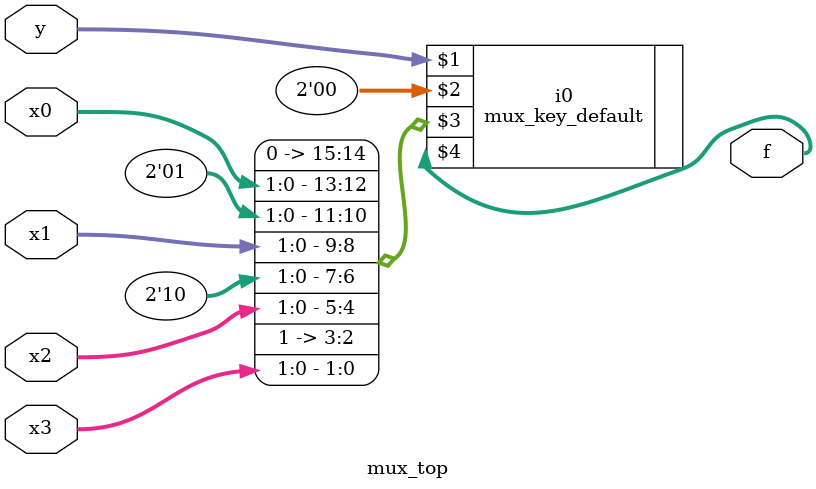
<source format=v>
module mux_top(
    input  [1:0] x0,
    input  [1:0] x1,
    input  [1:0] x2,
    input  [1:0] x3,
    input  [1:0] y,
    output [1:0] f
);

    mux_key_default #(4, 2, 2) i0(y, 2'b00, {
        2'b00, x0,
        2'b01, x1,
        2'b10, x2,
        2'b11, x3
    }, f);

endmodule

</source>
